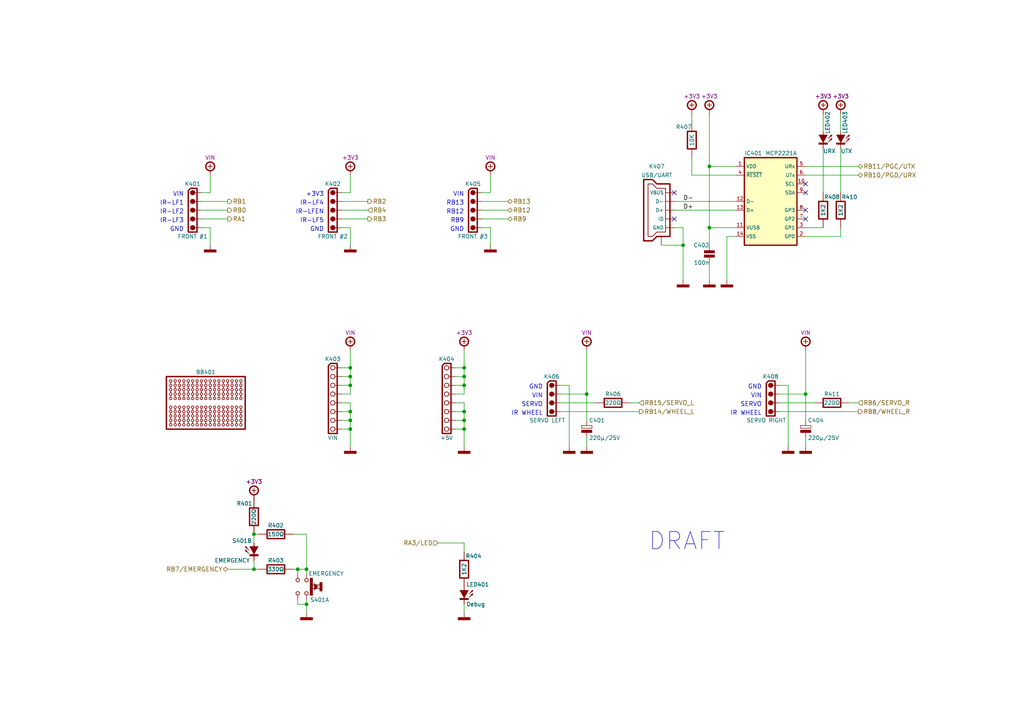
<source format=kicad_sch>
(kicad_sch (version 20211123) (generator eeschema)
  (paper "A4")
  (title_block (title "HID") (date "01/2022") (rev "A") (comment 1 "TBOT - MCU PIC-16Bit"))
  (lib_symbols
    (symbol "tronixio:BREADBOARD-170" (pin_numbers hide) (pin_names (offset 0) hide)
      (property "Reference" "BB" (at 0 8.89 0))
    )
    (symbol "tronixio:C-1206" (pin_numbers hide) (pin_names (offset 0) hide)
      (property "Reference" "C" (at 0.635 2.54 0))
      (property "Value" "C-1206" (at 0.635 -2.54 0))
      (symbol "C-1206_1_1"
        (pin passive line (at 0 2.54 270) (length 1.905) (name "~") (number "1"))
        (pin passive line (at 0 -2.54 90) (length 1.905) (name "~") (number "2"))
      )
    )
    (symbol "tronixio:E-SWITCH-TL1240RQ1JCLR" (pin_numbers hide) (pin_names (offset 0) hide)
      (property "Reference" "S" (at 0 6.35 0))
      (property "Value" "E-SWITCH-TL1240RQ1JCLR" (at 0 -5.08 0))
      (symbol "E-SWITCH-TL1240RQ1JCLR_1_1"
        (pin passive line (at -3.81 0 0) (length 1.27) (name "1") (number "1"))
        (pin passive line (at -3.81 -2.54 0) (length 1.27) (name "2") (number "2"))
        (pin passive line (at 3.81 0 180) (length 1.27) (name "3") (number "3"))
        (pin passive line (at 3.81 -2.54 180) (length 1.27) (name "4") (number "4"))
      )
      (symbol "E-SWITCH-TL1240RQ1JCLR_2_1"
        (pin passive line (at -2.54 0 0) (length 1.27) (name "C") (number "5"))
        (pin passive line (at 2.54 0 180) (length 1.27) (name "A") (number "6"))
      )
    )
    (symbol "tronixio:FCI-USB-TYPE-B-MICRO-THT" (pin_numbers hide) (pin_names (offset 0.5))
      (property "Reference" "K" (at 0 12.7 0))
      (property "Value" "FCI-USB-TYPE-B-MICRO-THT" (at 0 10.16 0))
      (symbol "FCI-USB-TYPE-B-MICRO-THT_1_1"
        (pin power_out line (at 5.08 5.08 180) (length 2.54) (name "VBUS") (number "1"))
        (pin bidirectional line (at 5.08 2.54 180) (length 2.54) (name "D-") (number "2"))
        (pin bidirectional line (at 5.08 0 180) (length 2.54) (name "D+") (number "3"))
        (pin passive line (at 5.08 -2.54 180) (length 2.54) (name "ID") (number "4"))
        (pin power_out line (at 5.08 -5.08 180) (length 2.54) (name "GND") (number "5"))
        (pin passive line (at 1.27 -10.16 90) (length 2.54) (name "SHIELD") (number "6"))
      )
    )
    (symbol "tronixio:HARWIN-254-F-1X08-VERTICAL" (pin_numbers hide) (pin_names (offset 0) hide)
      (property "Reference" "K" (at 0 2.54 0))
      (property "Value" "HARWIN-254-F-1X08-VERTICAL" (at 0 -20.32 0))
      (symbol "HARWIN-254-F-1X08-VERTICAL_1_1"
        (pin passive line (at -2.54 0 0) (length 1.905) (name "Pin_1") (number "1"))
        (pin passive line (at -2.54 -2.54 0) (length 1.905) (name "Pin_2") (number "2"))
        (pin passive line (at -2.54 -5.08 0) (length 1.905) (name "Pin_3") (number "3"))
        (pin passive line (at -2.54 -7.62 0) (length 1.905) (name "Pin_4") (number "4"))
        (pin passive line (at -2.54 -10.16 0) (length 1.905) (name "Pin_5") (number "5"))
        (pin passive line (at -2.54 -12.7 0) (length 1.905) (name "Pin_6") (number "6"))
        (pin passive line (at -2.54 -15.24 0) (length 1.905) (name "Pin_7") (number "7"))
        (pin passive line (at -2.54 -17.78 0) (length 1.905) (name "Pin_8") (number "8"))
      )
    )
    (symbol "tronixio:HARWIN-254-M-1X04-VERTICAL" (pin_numbers hide) (pin_names (offset 0) hide)
      (property "Reference" "K" (at 0 2.54 0))
      (property "Value" "HARWIN-254-M-1X04-VERTICAL" (at 0 -10.16 0))
      (symbol "HARWIN-254-M-1X04-VERTICAL_1_1"
        (pin passive line (at -2.54 0 0) (length 1.905) (name "1") (number "1"))
        (pin passive line (at -2.54 -2.54 0) (length 1.905) (name "2") (number "2"))
        (pin passive line (at -2.54 -5.08 0) (length 1.905) (name "3") (number "3"))
        (pin passive line (at -2.54 -7.62 0) (length 1.905) (name "4") (number "4"))
      )
    )
    (symbol "tronixio:LED-1206-PURPLE" (pin_numbers hide) (pin_names (offset 0) hide)
      (property "Reference" "LED" (at 0 -2.54 0))
      (property "Value" "LED-1206-PURPLE" (at 0 -5.08 0))
      (symbol "LED-1206-PURPLE_1_1"
        (pin passive line (at -2.54 0 0) (length 1.27) (name "K") (number "1"))
        (pin passive line (at 2.54 0 180) (length 1.27) (name "A") (number "2"))
      )
    )
    (symbol "tronixio:MCP2221A-ISL" (pin_names (offset 0.5))
      (property "Reference" "IC" (at -8.89 13.97 0))
      (property "Value" "MCP2221A-ISL" (at 7.62 13.97 0))
      (symbol "MCP2221A-ISL_1_1"
        (pin power_in line (at -10.16 10.16 0) (length 2.54) (name "VDD") (number "1"))
        (pin bidirectional line (at 10.16 5.08 180) (length 2.54) (name "SCL") (number "10"))
        (pin passive line (at -10.16 -7.62 0) (length 2.54) (name "VUSB") (number "11"))
        (pin bidirectional line (at -10.16 0 0) (length 2.54) (name "D-") (number "12"))
        (pin bidirectional line (at -10.16 -2.54 0) (length 2.54) (name "D+") (number "13"))
        (pin power_in line (at -10.16 -10.16 0) (length 2.54) (name "VSS") (number "14"))
        (pin bidirectional line (at 10.16 -10.16 180) (length 2.54) (name "GP0") (number "2"))
        (pin bidirectional line (at 10.16 -7.62 180) (length 2.54) (name "GP1") (number "3"))
        (pin input line (at -10.16 7.62 0) (length 2.54) (name "~{RESET}") (number "4"))
        (pin input line (at 10.16 10.16 180) (length 2.54) (name "URx") (number "5"))
        (pin output line (at 10.16 7.62 180) (length 2.54) (name "UTx") (number "6"))
        (pin bidirectional line (at 10.16 -5.08 180) (length 2.54) (name "GP2") (number "7"))
        (pin bidirectional line (at 10.16 -2.54 180) (length 2.54) (name "GP3") (number "8"))
        (pin bidirectional line (at 10.16 2.54 180) (length 2.54) (name "SDA") (number "9"))
      )
    )
    (symbol "tronixio:MOLEX-MICRO-LATCH-05-VERTICAL" (pin_numbers hide) (pin_names (offset 0) hide)
      (property "Reference" "K" (at 0 2.54 0))
      (property "Value" "MOLEX-MICRO-LATCH-05-VERTICAL" (at 0 -12.7 0))
      (symbol "MOLEX-MICRO-LATCH-05-VERTICAL_1_1"
        (pin passive line (at -2.54 0 0) (length 1.905) (name "1") (number "1"))
        (pin passive line (at -2.54 -2.54 0) (length 1.905) (name "2") (number "2"))
        (pin passive line (at -2.54 -5.08 0) (length 1.905) (name "3") (number "3"))
        (pin passive line (at -2.54 -7.62 0) (length 1.905) (name "4") (number "4"))
        (pin passive line (at -2.54 -10.16 0) (length 1.905) (name "5") (number "5"))
      )
    )
    (symbol "tronixio:POWER-+3V3" (power) (pin_numbers hide) (pin_names (offset 0) hide)
      (property "Name" "+3V3" (at 0 5.08 0))
      (symbol "POWER-+3V3_1_1"
        (pin power_in line (at 0 0 90) (length 1.27) (name "+3V3") (number "1"))
      )
    )
    (symbol "tronixio:POWER-GND" (power) (pin_numbers hide) (pin_names (offset 0) hide)
      (symbol "POWER-GND_1_1"
        (pin power_in line (at 0 0 270) (length 1.27) (name "GND") (number "1"))
      )
    )
    (symbol "tronixio:POWER-VIN" (power) (pin_numbers hide) (pin_names (offset 0) hide)
      (property "Name" "VIN" (at 0 5.08 0))
      (symbol "POWER-VIN_1_1"
        (pin power_in line (at 0 0 90) (length 1.27) (name "VIN") (number "1"))
      )
    )
    (symbol "tronixio:R-1206" (pin_numbers hide) (pin_names (offset 0) hide)
      (property "Reference" "R" (at 2.54 0 90))
      (property "Value" "R-1206" (at 0 0 90))
      (symbol "R-1206_1_1"
        (pin passive line (at 0 5.08 270) (length 2.54) (name "~") (number "1"))
        (pin passive line (at 0 -5.08 90) (length 2.54) (name "~") (number "2"))
      )
    )
    (symbol "tronixio:UVZ-220U-25V" (pin_numbers hide) (pin_names (offset 0) hide)
      (property "Reference" "C" (at 0 2.54 0))
      (property "Name" "220µ/25V" (at 0 -2.54 0))
      (symbol "UVZ-220U-25V_1_1"
        (pin passive line (at 0 2.54 270) (length 1.5) (name "~") (number "1"))
        (pin passive line (at 0 -2.54 90) (length 1.905) (name "~") (number "2"))
      )
    )
  )
  (junction (at 134.62 124.46) (diameter 0.9144))
  (junction (at 73.66 165.1) (diameter 0.9144))
  (junction (at 73.66 154.94) (diameter 0.9144))
  (junction (at 233.68 114.3) (diameter 0.9144))
  (junction (at 134.62 119.38) (diameter 0.9144))
  (junction (at 205.74 66.04))
  (junction (at 101.6 119.38) (diameter 0.9144))
  (junction (at 134.62 111.76) (diameter 0.9144))
  (junction (at 198.12 71.12) (diameter 0.9144))
  (junction (at 170.18 114.3) (diameter 0.9144))
  (junction (at 86.36 165.1) (diameter 0.9144))
  (junction (at 205.74 48.26))
  (junction (at 101.6 106.68) (diameter 0.9144))
  (junction (at 101.6 124.46) (diameter 0.9144))
  (junction (at 101.6 109.22) (diameter 0.9144))
  (junction (at 88.9 175.26) (diameter 0.9144))
  (junction (at 134.62 121.92) (diameter 0.9144))
  (junction (at 101.6 121.92) (diameter 0.9144))
  (junction (at 134.62 106.68) (diameter 0.9144))
  (junction (at 88.9 165.1) (diameter 0.9144))
  (junction (at 101.6 111.76) (diameter 0.9144))
  (junction (at 134.62 109.22) (diameter 0.9144))
  (no_connect (at 233.68 53.34))
  (no_connect (at 233.68 55.88))
  (no_connect (at 233.68 60.96))
  (no_connect (at 233.68 63.5))
  (no_connect (at 195.58 63.5))
  (no_connect (at 195.58 55.88))
  (wire (pts (xy 132.08 111.76) (xy 134.62 111.76)))
  (wire (pts (xy 162.56 111.76) (xy 165.1 111.76)))
  (wire (pts (xy 165.1 111.76) (xy 165.1 129.54)))
  (wire (pts (xy 88.9 173.99) (xy 88.9 175.26)))
  (wire (pts (xy 132.08 116.84) (xy 134.62 116.84)))
  (wire (pts (xy 162.56 116.84) (xy 172.72 116.84)))
  (wire (pts (xy 99.06 60.96) (xy 106.68 60.96)))
  (wire (pts (xy 210.82 68.58) (xy 210.82 81.28)))
  (wire (pts (xy 213.36 68.58) (xy 210.82 68.58)))
  (wire (pts (xy 58.42 55.88) (xy 60.96 55.88)))
  (wire (pts (xy 88.9 175.26) (xy 88.9 177.8)))
  (wire (pts (xy 58.42 63.5) (xy 66.04 63.5)))
  (wire (pts (xy 233.68 68.58) (xy 243.84 68.58)))
  (wire (pts (xy 233.68 114.3) (xy 233.68 101.6)))
  (wire (pts (xy 132.08 119.38) (xy 134.62 119.38)))
  (wire (pts (xy 139.7 58.42) (xy 147.32 58.42)))
  (wire (pts (xy 142.24 55.88) (xy 142.24 50.8)))
  (wire (pts (xy 142.24 71.12) (xy 142.24 66.04)))
  (wire (pts (xy 233.68 114.3) (xy 233.68 121.92)))
  (wire (pts (xy 99.06 111.76) (xy 101.6 111.76)))
  (wire (pts (xy 132.08 124.46) (xy 134.62 124.46)))
  (wire (pts (xy 86.36 173.99) (xy 86.36 175.26)))
  (wire (pts (xy 86.36 175.26) (xy 88.9 175.26)))
  (wire (pts (xy 233.68 50.8) (xy 248.92 50.8)))
  (wire (pts (xy 195.58 58.42) (xy 213.36 58.42)))
  (wire (pts (xy 195.58 66.04) (xy 198.12 66.04)))
  (wire (pts (xy 198.12 66.04) (xy 198.12 71.12)))
  (wire (pts (xy 198.12 71.12) (xy 198.12 81.28)))
  (wire (pts (xy 60.96 71.12) (xy 60.96 66.04)))
  (wire (pts (xy 233.68 66.04) (xy 238.76 66.04)))
  (wire (pts (xy 73.66 165.1) (xy 73.66 162.56)))
  (wire (pts (xy 205.74 33.02) (xy 205.74 48.26)))
  (wire (pts (xy 205.74 48.26) (xy 205.74 66.04)))
  (wire (pts (xy 132.08 114.3) (xy 134.62 114.3)))
  (wire (pts (xy 99.06 114.3) (xy 101.6 114.3)))
  (wire (pts (xy 101.6 106.68) (xy 101.6 101.6)))
  (wire (pts (xy 101.6 109.22) (xy 101.6 106.68)))
  (wire (pts (xy 101.6 111.76) (xy 101.6 109.22)))
  (wire (pts (xy 101.6 114.3) (xy 101.6 111.76)))
  (wire (pts (xy 205.74 76.2) (xy 205.74 81.28)))
  (wire (pts (xy 99.06 55.88) (xy 101.6 55.88)))
  (wire (pts (xy 101.6 55.88) (xy 101.6 50.8)))
  (wire (pts (xy 170.18 127) (xy 170.18 129.54)))
  (wire (pts (xy 73.66 154.94) (xy 73.66 157.48)))
  (wire (pts (xy 233.68 127) (xy 233.68 129.54)))
  (wire (pts (xy 162.56 119.38) (xy 185.42 119.38)))
  (wire (pts (xy 162.56 114.3) (xy 170.18 114.3)))
  (wire (pts (xy 170.18 114.3) (xy 170.18 101.6)))
  (wire (pts (xy 134.62 106.68) (xy 134.62 101.6)))
  (wire (pts (xy 200.66 33.02) (xy 200.66 35.56)))
  (wire (pts (xy 170.18 114.3) (xy 170.18 121.92)))
  (wire (pts (xy 58.42 58.42) (xy 66.04 58.42)))
  (wire (pts (xy 238.76 33.02) (xy 238.76 38.1)))
  (wire (pts (xy 132.08 121.92) (xy 134.62 121.92)))
  (wire (pts (xy 139.7 63.5) (xy 147.32 63.5)))
  (wire (pts (xy 66.04 165.1) (xy 73.66 165.1)))
  (wire (pts (xy 228.6 111.76) (xy 228.6 129.54)))
  (wire (pts (xy 99.06 109.22) (xy 101.6 109.22)))
  (wire (pts (xy 134.62 109.22) (xy 134.62 106.68)))
  (wire (pts (xy 226.06 114.3) (xy 233.68 114.3)))
  (wire (pts (xy 132.08 106.68) (xy 134.62 106.68)))
  (wire (pts (xy 139.7 55.88) (xy 142.24 55.88)))
  (wire (pts (xy 134.62 111.76) (xy 134.62 109.22)))
  (wire (pts (xy 86.36 165.1) (xy 86.36 166.37)))
  (wire (pts (xy 134.62 114.3) (xy 134.62 111.76)))
  (wire (pts (xy 73.66 165.1) (xy 74.93 165.1)))
  (wire (pts (xy 99.06 66.04) (xy 101.6 66.04)))
  (wire (pts (xy 101.6 66.04) (xy 101.6 71.12)))
  (wire (pts (xy 86.36 165.1) (xy 88.9 165.1)))
  (wire (pts (xy 88.9 165.1) (xy 88.9 166.37)))
  (wire (pts (xy 200.66 50.8) (xy 200.66 45.72)))
  (wire (pts (xy 213.36 50.8) (xy 200.66 50.8)))
  (wire (pts (xy 132.08 109.22) (xy 134.62 109.22)))
  (wire (pts (xy 238.76 43.18) (xy 238.76 55.88)))
  (wire (pts (xy 99.06 124.46) (xy 101.6 124.46)))
  (wire (pts (xy 99.06 119.38) (xy 101.6 119.38)))
  (wire (pts (xy 85.09 154.94) (xy 88.9 154.94)))
  (wire (pts (xy 88.9 154.94) (xy 88.9 165.1)))
  (wire (pts (xy 243.84 66.04) (xy 243.84 68.58)))
  (wire (pts (xy 85.09 165.1) (xy 86.36 165.1)))
  (wire (pts (xy 191.77 71.12) (xy 198.12 71.12)))
  (wire (pts (xy 243.84 33.02) (xy 243.84 38.1)))
  (wire (pts (xy 226.06 116.84) (xy 236.22 116.84)))
  (wire (pts (xy 226.06 111.76) (xy 228.6 111.76)))
  (wire (pts (xy 195.58 60.96) (xy 213.36 60.96)))
  (wire (pts (xy 139.7 66.04) (xy 142.24 66.04)))
  (wire (pts (xy 73.66 154.94) (xy 74.93 154.94)))
  (wire (pts (xy 205.74 48.26) (xy 213.36 48.26)))
  (wire (pts (xy 99.06 121.92) (xy 101.6 121.92)))
  (wire (pts (xy 134.62 175.26) (xy 134.62 177.8)))
  (wire (pts (xy 233.68 48.26) (xy 248.92 48.26)))
  (wire (pts (xy 246.38 116.84) (xy 248.92 116.84)))
  (wire (pts (xy 60.96 55.88) (xy 60.96 50.8)))
  (wire (pts (xy 134.62 116.84) (xy 134.62 119.38)))
  (wire (pts (xy 139.7 60.96) (xy 147.32 60.96)))
  (wire (pts (xy 58.42 66.04) (xy 60.96 66.04)))
  (wire (pts (xy 99.06 58.42) (xy 106.68 58.42)))
  (wire (pts (xy 205.74 66.04) (xy 205.74 71.12)))
  (wire (pts (xy 243.84 43.18) (xy 243.84 55.88)))
  (wire (pts (xy 99.06 106.68) (xy 101.6 106.68)))
  (wire (pts (xy 182.88 116.84) (xy 185.42 116.84)))
  (wire (pts (xy 99.06 63.5) (xy 106.68 63.5)))
  (wire (pts (xy 205.74 66.04) (xy 213.36 66.04)))
  (wire (pts (xy 99.06 116.84) (xy 101.6 116.84)))
  (wire (pts (xy 101.6 116.84) (xy 101.6 119.38)))
  (wire (pts (xy 101.6 119.38) (xy 101.6 121.92)))
  (wire (pts (xy 101.6 121.92) (xy 101.6 124.46)))
  (wire (pts (xy 101.6 124.46) (xy 101.6 129.54)))
  (wire (pts (xy 134.62 124.46) (xy 134.62 129.54)))
  (wire (pts (xy 134.62 121.92) (xy 134.62 124.46)))
  (wire (pts (xy 134.62 119.38) (xy 134.62 121.92)))
  (wire (pts (xy 127 157.48) (xy 134.62 157.48)))
  (wire (pts (xy 134.62 157.48) (xy 134.62 160.02)))
  (wire (pts (xy 226.06 119.38) (xy 248.92 119.38)))
  (wire (pts (xy 58.42 60.96) (xy 66.04 60.96)))
  (text "GND" (at 93.98 67.31 180) (effects (font (size 1.27 1.27)) (justify right bottom)))
  (text "RB9" (at 134.62 64.77 180) (effects (font (size 1.27 1.27)) (justify right bottom)))
  (text "VIN" (at 220.98 115.57 180) (effects (font (size 1.27 1.27)) (justify right bottom)))
  (text "VIN" (at 53.34 57.15 180) (effects (font (size 1.27 1.27)) (justify right bottom)))
  (text "GND" (at 220.98 113.03 180) (effects (font (size 1.27 1.27)) (justify right bottom)))
  (text "+3V3" (at 93.98 57.15 180) (effects (font (size 1.27 1.27)) (justify right bottom)))
  (text "VIN" (at 134.62 57.15 180) (effects (font (size 1.27 1.27)) (justify right bottom)))
  (text "IR-LF1" (at 53.34 59.69 180) (effects (font (size 1.27 1.27)) (justify right bottom)))
  (text "DRAFT" (at 187.96 160.02 0) (effects (font (size 5 5)) (justify left bottom)))
  (text "VIN" (at 157.48 115.57 180) (effects (font (size 1.27 1.27)) (justify right bottom)))
  (text "IR-LF4" (at 93.98 59.69 180) (effects (font (size 1.27 1.27)) (justify right bottom)))
  (text "GND" (at 157.48 113.03 180) (effects (font (size 1.27 1.27)) (justify right bottom)))
  (text "GND" (at 134.62 67.31 180) (effects (font (size 1.27 1.27)) (justify right bottom)))
  (text "RB12" (at 134.62 62.23 180) (effects (font (size 1.27 1.27)) (justify right bottom)))
  (text "IR WHEEL" (at 157.48 120.65 180) (effects (font (size 1.27 1.27)) (justify right bottom)))
  (text "IR-LF5" (at 93.98 64.77 180) (effects (font (size 1.27 1.27)) (justify right bottom)))
  (text "SERVO" (at 157.48 118.11 180) (effects (font (size 1.27 1.27)) (justify right bottom)))
  (text "IR-LFEN" (at 93.98 62.23 180) (effects (font (size 1.27 1.27)) (justify right bottom)))
  (text "IR WHEEL" (at 220.98 120.65 180) (effects (font (size 1.27 1.27)) (justify right bottom)))
  (text "IR-LF3" (at 53.34 64.77 180) (effects (font (size 1.27 1.27)) (justify right bottom)))
  (text "RB13" (at 134.62 59.69 180) (effects (font (size 1.27 1.27)) (justify right bottom)))
  (text "GND" (at 53.34 67.31 180) (effects (font (size 1.27 1.27)) (justify right bottom)))
  (text "SERVO" (at 220.98 118.11 180) (effects (font (size 1.27 1.27)) (justify right bottom)))
  (text "IR-LF2" (at 53.34 62.23 180) (effects (font (size 1.27 1.27)) (justify right bottom)))
  (label "D-" (at 198.12 58.42 0))
  (label "D+" (at 198.12 60.96 0))
  (hierarchical_label "RA1" (shape output) (at 66.04 63.5 0))
  (hierarchical_label "RB1" (shape output) (at 66.04 58.42 0))
  (hierarchical_label "RB9" (shape bidirectional) (at 147.32 63.5 0))
  (hierarchical_label "RB13" (shape bidirectional) (at 147.32 58.42 0))
  (hierarchical_label "RB6{slash}SERVO_R" (shape input) (at 248.92 116.84 0))
  (hierarchical_label "RB12" (shape bidirectional) (at 147.32 60.96 0))
  (hierarchical_label "RB10{slash}PGD{slash}URX" (shape bidirectional) (at 248.92 50.8 0))
  (hierarchical_label "RB11{slash}PGC{slash}UTX" (shape bidirectional) (at 248.92 48.26 0))
  (hierarchical_label "RB0" (shape output) (at 66.04 60.96 0))
  (hierarchical_label "RB15{slash}SERVO_L" (shape input) (at 185.42 116.84 0))
  (hierarchical_label "RA3{slash}LED" (shape input) (at 127 157.48 180))
  (hierarchical_label "RB2" (shape output) (at 106.68 58.42 0))
  (hierarchical_label "RB7{slash}EMERGENCY" (shape bidirectional) (at 66.04 165.1 180))
  (hierarchical_label "RB4" (shape input) (at 106.68 60.96 0))
  (hierarchical_label "RB8{slash}WHEEL_R" (shape output) (at 248.92 119.38 0))
  (hierarchical_label "RB3" (shape output) (at 106.68 63.5 0))
  (hierarchical_label "RB14{slash}WHEEL_L" (shape output) (at 185.42 119.38 0))
  (symbol (lib_id "tronixio:R-1206") (at 80.01 165.1 270) (unit 1)
    (property "Reference" "R403" (at 80.01 162.56 90) (effects (font (size 1.15 1.15))))
    (property "Value" "330Ω" (at 80.01 165.1 90) (effects (font (size 1.15 1.15))))
    (property "Footprint" "tronixio:RESISTOR-1206" (effects hide))
  )
  (symbol (lib_id "tronixio:POWER-GND") (at 101.6 71.12 0) (mirror y) (unit 1)
    (property "Reference" "#PWR0406" (effects hide))
    (property "Value" "GND" (effects hide))
  )
  (symbol (lib_id "tronixio:POWER-+3V3") (at 243.84 33.02 0) (unit 1)
    (property "Reference" "#PWR0430" (effects hide))
    (property "Value" "POWER-VUSB" (effects hide))
    (property "Name" "+3V3" (at 243.84 27.94 0) (effects (font (size 1.15 1.15))))
  )
  (symbol (lib_id "tronixio:POWER-GND") (at 88.9 177.8 0) (mirror y) (unit 1)
    (property "Reference" "#PWR0404" (effects hide))
    (property "Value" "GND" (effects hide))
  )
  (symbol (lib_id "tronixio:FCI-USB-TYPE-B-MICRO-THT") (at 190.5 60.96 0) (unit 1)
    (property "Reference" "K407" (at 190.5 48.26 0) (effects (font (size 1.15 1.15))))
    (property "Value" "USB/UART" (at 190.5 50.8 0) (effects (font (size 1.15 1.15))))
    (property "Footprint" "tronixio:FCI-USB-TYPE-B-MICRO-THT" (effects hide))
    (property "Datasheet" "https://cdn.amphenol-icc.com/media/wysiwyg/files/drawing/10118193.pdf" (effects hide))
    (property "MOUSER" "649-10118193-0001LF" (effects hide))
  )
  (symbol (lib_id "tronixio:MOLEX-MICRO-LATCH-05-VERTICAL") (at 55.88 55.88 0) (mirror y) (unit 1)
    (property "Reference" "K401" (at 55.88 53.34 0) (effects (font (size 1.15 1.15))))
    (property "Value" "FRONT #1" (at 55.88 68.58 0) (effects (font (size 1.15 1.15))))
    (property "Footprint" "tronixio:MOLEX-532530570" (effects hide))
    (property "Datasheet" "https://www.molex.com/pdm_docs/sd/532530570_sd.pdf" (effects hide))
    (property "MOUSER" "538-53253-0570" (effects hide))
  )
  (symbol (lib_id "tronixio:POWER-GND") (at 233.68 129.54 0) (unit 1)
    (property "Reference" "#PWR0427" (effects hide))
    (property "Value" "GND" (effects hide))
  )
  (symbol (lib_id "tronixio:UVZ-220U-25V") (at 170.18 124.46 0) (unit 1)
    (property "Reference" "C401" (at 170.815 121.92 0) (effects (font (size 1.15 1.15)) (justify left)))
    (property "Value" "220µ/25V" (at 170.815 127 0) (effects (font (size 1.15 1.15)) (justify left)))
    (property "Footprint" "tronixio:CAPACITOR-ELECTROLYTIC-RADIAL-080-115-035" (effects hide))
    (property "Datasheet" "http://www.nichicon.co.jp/english/products/pdfs/e-uvz.pdf" (effects hide))
    (property "Name" "220µ/25V" (effects hide))
    (property "MOUSER" "647-UVZ1E221MPD" (effects hide))
  )
  (symbol (lib_id "tronixio:POWER-GND") (at 205.74 81.28 0) (mirror y) (unit 1)
    (property "Reference" "#PWR0423" (effects hide))
    (property "Value" "GND" (effects hide))
  )
  (symbol (lib_id "tronixio:POWER-+3V3") (at 205.74 33.02 0) (unit 1)
    (property "Reference" "#PWR0422" (effects hide))
    (property "Value" "POWER-VUSB" (effects hide))
    (property "Name" "+3V3" (at 205.74 27.94 0) (effects (font (size 1.15 1.15))))
  )
  (symbol (lib_id "tronixio:MOLEX-MICRO-LATCH-05-VERTICAL") (at 137.16 55.88 0) (mirror y) (unit 1)
    (property "Reference" "K405" (at 137.16 53.34 0) (effects (font (size 1.15 1.15))))
    (property "Value" "FRONT #3" (at 137.16 68.58 0) (effects (font (size 1.15 1.15))))
    (property "Footprint" "tronixio:MOLEX-532530570" (effects hide))
    (property "Datasheet" "https://www.molex.com/pdm_docs/sd/532530570_sd.pdf" (effects hide))
    (property "MOUSER" "538-53253-0570" (effects hide))
  )
  (symbol (lib_id "tronixio:POWER-GND") (at 210.82 81.28 0) (mirror y) (unit 1)
    (property "Reference" "#PWR0424" (effects hide))
    (property "Value" "GND" (effects hide))
  )
  (symbol (lib_id "tronixio:POWER-VIN") (at 142.24 50.8 0) (mirror y) (unit 1)
    (property "Reference" "#PWR0412" (effects hide))
    (property "Value" "VIN" (effects hide))
    (property "Name" "VIN" (at 142.24 45.72 0) (effects (font (size 1.15 1.15))))
  )
  (symbol (lib_id "tronixio:POWER-GND") (at 228.6 129.54 0) (unit 1)
    (property "Reference" "#PWR0425" (effects hide))
    (property "Value" "GND" (effects hide))
  )
  (symbol (lib_id "tronixio:POWER-+3V3") (at 200.66 33.02 0) (unit 1)
    (property "Reference" "#PWR0420" (effects hide))
    (property "Value" "POWER-VUSB" (effects hide))
    (property "Name" "+3V3" (at 200.66 27.94 0) (effects (font (size 1.15 1.15))))
  )
  (symbol (lib_id "tronixio:R-1206") (at 241.3 116.84 270) (unit 1)
    (property "Reference" "R411" (at 241.3 114.3 90) (effects (font (size 1.15 1.15))))
    (property "Value" "220Ω" (at 241.3 116.84 90) (effects (font (size 1.15 1.15))))
    (property "Footprint" "tronixio:RESISTOR-1206" (effects hide))
  )
  (symbol (lib_id "tronixio:E-SWITCH-TL1240RQ1JCLR") (at 88.9 170.18 270) (mirror x) (unit 1)
    (property "Reference" "S401" (at 92.71 173.99 90) (effects (font (size 1.15 1.15))))
    (property "Value" "EMERGENCY" (at 94.615 166.37 90) (effects (font (size 1.15 1.15))))
    (property "Footprint" "tronixio:E-SWITCH-TL1240XQ1JXXX" (effects hide))
    (property "Datasheet" "https://www.e-switch.com/product-catalog/tact/product-lines/tl1240-series-illuminated-tact-switches#.XnJ2Ri2ZPUI" (effects hide))
    (property "MOUSER" "612-TL1240RQ1JCLR" (effects hide))
  )
  (symbol (lib_id "tronixio:POWER-+3V3") (at 134.62 101.6 0) (mirror y) (unit 1)
    (property "Reference" "#PWR0409" (effects hide))
    (property "Value" "+5V" (effects hide))
    (property "Name" "+3V3" (at 134.62 96.52 0) (effects (font (size 1.15 1.15))))
  )
  (symbol (lib_id "tronixio:HARWIN-254-F-1X08-VERTICAL") (at 129.54 106.68 0) (mirror y) (unit 1)
    (property "Reference" "K404" (at 129.54 104.14 0) (effects (font (size 1.15 1.15))))
    (property "Value" "+5V" (at 129.54 127 0) (effects (font (size 1.15 1.15))))
    (property "Footprint" "tronixio:HARWIN-M20-782084x" (effects hide))
    (property "Datasheet" "https://www.harwin.com/products/M20-7820846/" (effects hide))
    (property "MOUSER" "855-M20-999084" (effects hide))
  )
  (symbol (lib_id "tronixio:POWER-GND") (at 60.96 71.12 0) (unit 1)
    (property "Reference" "#PWR0402" (effects hide))
    (property "Value" "GND" (effects hide))
  )
  (symbol (lib_id "tronixio:POWER-+3V3") (at 73.66 144.78 0) (unit 1)
    (property "Reference" "#PWR0403" (effects hide))
    (property "Value" "+5V" (effects hide))
    (property "Name" "+3V3" (at 73.66 139.7 0) (effects (font (size 1.15 1.15))))
  )
  (symbol (lib_id "tronixio:POWER-VIN") (at 101.6 101.6 0) (unit 1)
    (property "Reference" "#PWR0407" (effects hide))
    (property "Value" "VIN" (effects hide))
    (property "Name" "VIN" (at 101.6 96.52 0) (effects (font (size 1.15 1.15))))
  )
  (symbol (lib_id "tronixio:POWER-GND") (at 198.12 81.28 0) (mirror y) (unit 1)
    (property "Reference" "#PWR0419" (effects hide))
    (property "Value" "GND" (effects hide))
  )
  (symbol (lib_id "tronixio:R-1206") (at 238.76 60.96 180) (unit 1)
    (property "Reference" "R408" (at 241.3 57.15 0) (effects (font (size 1.15 1.15))))
    (property "Value" "1K2" (at 238.76 60.96 90) (effects (font (size 1.15 1.15))))
    (property "Footprint" "tronixio:RESISTOR-1206" (effects hide))
  )
  (symbol (lib_id "tronixio:R-1206") (at 177.8 116.84 270) (unit 1)
    (property "Reference" "R406" (at 177.8 114.3 90) (effects (font (size 1.15 1.15))))
    (property "Value" "220Ω" (at 177.8 116.84 90) (effects (font (size 1.15 1.15))))
    (property "Footprint" "tronixio:RESISTOR-1206" (effects hide))
  )
  (symbol (lib_id "tronixio:LED-1206-PURPLE") (at 238.76 40.64 270) (mirror x) (unit 1)
    (property "Reference" "LED402" (at 240.03 35.56 0) (effects (font (size 1.15 1.15))))
    (property "Value" "URX" (at 238.76 43.815 90) (effects (font (size 1.15 1.15)) (justify left)))
    (property "Footprint" "tronixio:LED-1206" (effects hide))
    (property "Datasheet" "http://www.kingbrightusa.com/images/catalog/SPEC/APT3216LSECK-J3-PRV.pdf" (effects hide))
    (property "MOUSER" "604-APT3216LSECKJ3RV" (effects hide))
  )
  (symbol (lib_id "tronixio:R-1206") (at 80.01 154.94 270) (unit 1)
    (property "Reference" "R402" (at 80.01 152.4 90) (effects (font (size 1.15 1.15))))
    (property "Value" "150Ω" (at 80.01 154.94 90) (effects (font (size 1.15 1.15))))
    (property "Footprint" "tronixio:RESISTOR-1206" (effects hide))
  )
  (symbol (lib_id "tronixio:UVZ-220U-25V") (at 233.68 124.46 0) (unit 1)
    (property "Reference" "C404" (at 234.315 121.92 0) (effects (font (size 1.15 1.15)) (justify left)))
    (property "Value" "220µ/25V" (at 234.315 127 0) (effects (font (size 1.15 1.15)) (justify left)))
    (property "Footprint" "tronixio:CAPACITOR-ELECTROLYTIC-RADIAL-080-115-035" (effects hide))
    (property "Datasheet" "http://www.nichicon.co.jp/english/products/pdfs/e-uvz.pdf" (effects hide))
    (property "Name" "220µ/25V" (effects hide))
    (property "MOUSER" "647-UVZ1E221MPD" (effects hide))
  )
  (symbol (lib_id "tronixio:POWER-VIN") (at 60.96 50.8 0) (unit 1)
    (property "Reference" "#PWR0401" (effects hide))
    (property "Value" "VIN" (effects hide))
    (property "Name" "VIN" (at 60.96 45.72 0) (effects (font (size 1.15 1.15))))
  )
  (symbol (lib_id "tronixio:POWER-GND") (at 170.18 129.54 0) (unit 1)
    (property "Reference" "#PWR0416" (effects hide))
    (property "Value" "GND" (effects hide))
  )
  (symbol (lib_id "tronixio:HARWIN-254-M-1X04-VERTICAL") (at 160.02 111.76 0) (mirror y) (unit 1)
    (property "Reference" "K406" (at 160.02 109.22 0) (effects (font (size 1.15 1.15))))
    (property "Value" "SERVO LEFT" (at 158.75 121.92 0) (effects (font (size 1.15 1.15))))
    (property "Footprint" "tronixio:HARWIN-M20-999044x" (effects hide))
    (property "Datasheet" "https://www.harwin.com/products/M20-9990446/" (effects hide))
    (property "MOUSER" "855-M20-999044" (effects hide))
  )
  (symbol (lib_id "tronixio:POWER-VIN") (at 233.68 101.6 0) (unit 1)
    (property "Reference" "#PWR0426" (effects hide))
    (property "Value" "VIN" (effects hide))
    (property "Name" "VIN" (at 233.68 96.52 0) (effects (font (size 1.15 1.15))))
  )
  (symbol (lib_id "tronixio:POWER-VIN") (at 170.18 101.6 0) (unit 1)
    (property "Reference" "#PWR0415" (effects hide))
    (property "Value" "VIN" (effects hide))
    (property "Name" "VIN" (at 170.18 96.52 0) (effects (font (size 1.15 1.15))))
  )
  (symbol (lib_id "tronixio:HARWIN-254-F-1X08-VERTICAL") (at 96.52 106.68 0) (mirror y) (unit 1)
    (property "Reference" "K403" (at 96.52 104.14 0) (effects (font (size 1.15 1.15))))
    (property "Value" "VIN" (at 96.52 127 0) (effects (font (size 1.15 1.15))))
    (property "Footprint" "tronixio:HARWIN-M20-782084x" (effects hide))
    (property "Datasheet" "https://www.harwin.com/products/M20-7820846/" (effects hide))
    (property "MOUSER" "855-M20-999084" (effects hide))
  )
  (symbol (lib_id "tronixio:R-1206") (at 243.84 60.96 180) (unit 1)
    (property "Reference" "R410" (at 246.38 57.15 0) (effects (font (size 1.15 1.15))))
    (property "Value" "1K2" (at 243.84 60.96 90) (effects (font (size 1.15 1.15))))
    (property "Footprint" "tronixio:RESISTOR-1206" (effects hide))
  )
  (symbol (lib_id "tronixio:POWER-GND") (at 134.62 177.8 0) (unit 1)
    (property "Reference" "#PWR0411" (effects hide))
    (property "Value" "GND" (effects hide))
  )
  (symbol (lib_id "tronixio:BREADBOARD-170") (at 59.69 116.84 0) (unit 1)
    (property "Reference" "BB401" (at 59.69 107.95 0) (effects (font (size 1.15 1.15))))
    (property "Value" "BREADBOARD-170" (effects hide))
    (property "Footprint" "tronixio:BREADBOARD-170" (effects hide))
    (property "Datasheet" "http://www.busboard.com/BB170" (effects hide))
    (property "MOUSER" "854-BB170" (effects hide))
  )
  (symbol (lib_id "tronixio:POWER-+3V3") (at 101.6 50.8 0) (mirror y) (unit 1)
    (property "Reference" "#PWR0405" (effects hide))
    (property "Value" "POWER-+5V" (effects hide))
    (property "Name" "+3V3" (at 101.6 45.72 0) (effects (font (size 1.15 1.15))))
  )
  (symbol (lib_id "tronixio:POWER-+3V3") (at 238.76 33.02 0) (unit 1)
    (property "Reference" "#PWR0428" (effects hide))
    (property "Value" "POWER-VUSB" (effects hide))
    (property "Name" "+3V3" (at 238.76 27.94 0) (effects (font (size 1.15 1.15))))
  )
  (symbol (lib_id "tronixio:R-1206") (at 73.66 149.86 180) (unit 1)
    (property "Reference" "R401" (at 68.58 146.05 0) (effects (font (size 1.15 1.15)) (justify right)))
    (property "Value" "220Ω" (at 73.66 149.86 90) (effects (font (size 1.15 1.15))))
    (property "Footprint" "tronixio:RESISTOR-1206" (effects hide))
  )
  (symbol (lib_id "tronixio:R-1206") (at 200.66 40.64 180) (unit 1)
    (property "Reference" "R407" (at 200.66 36.83 0) (effects (font (size 1.15 1.15)) (justify left)))
    (property "Value" "10K" (at 200.66 40.64 90) (effects (font (size 1.15 1.15))))
    (property "Footprint" "tronixio:RESISTOR-1206" (effects hide))
  )
  (symbol (lib_id "tronixio:LED-1206-PURPLE") (at 134.62 172.72 270) (mirror x) (unit 1)
    (property "Reference" "LED401" (at 135.255 169.545 90) (effects (font (size 1.15 1.15)) (justify left)))
    (property "Value" "Debug" (at 135.255 175.26 90) (effects (font (size 1.15 1.15)) (justify left)))
    (property "Footprint" "tronixio:LED-1206" (effects hide))
    (property "Datasheet" "http://www.kingbrightusa.com/images/catalog/SPEC/APT3216LSECK-J3-PRV.pdf" (effects hide))
    (property "MOUSER" "604-APT3216LSECKJ3RV" (effects hide))
  )
  (symbol (lib_id "tronixio:POWER-GND") (at 101.6 129.54 0) (unit 1)
    (property "Reference" "#PWR0408" (effects hide))
    (property "Value" "GND" (effects hide))
  )
  (symbol (lib_id "tronixio:HARWIN-254-M-1X04-VERTICAL") (at 223.52 111.76 0) (mirror y) (unit 1)
    (property "Reference" "K408" (at 223.52 109.22 0) (effects (font (size 1.15 1.15))))
    (property "Value" "SERVO RIGHT" (at 222.25 121.92 0) (effects (font (size 1.15 1.15))))
    (property "Footprint" "tronixio:HARWIN-M20-999044x" (effects hide))
    (property "Datasheet" "https://www.harwin.com/products/M20-9990446/" (effects hide))
    (property "MOUSER" "855-M20-999044" (effects hide))
  )
  (symbol (lib_id "tronixio:R-1206") (at 134.62 165.1 180) (unit 1)
    (property "Reference" "R404" (at 139.7 161.29 0) (effects (font (size 1.15 1.15)) (justify left)))
    (property "Value" "1K2" (at 134.62 165.1 90) (effects (font (size 1.15 1.15))))
    (property "Footprint" "tronixio:RESISTOR-1206" (effects hide))
  )
  (symbol (lib_id "tronixio:POWER-GND") (at 165.1 129.54 0) (unit 1)
    (property "Reference" "#PWR0414" (effects hide))
    (property "Value" "GND" (effects hide))
  )
  (symbol (lib_id "tronixio:POWER-GND") (at 142.24 71.12 0) (unit 1)
    (property "Reference" "#PWR0413" (effects hide))
    (property "Value" "GND" (effects hide))
  )
  (symbol (lib_id "tronixio:MCP2221A-ISL") (at 223.52 58.42 0) (unit 1)
    (property "Reference" "IC401" (at 215.9 44.45 0) (effects (font (size 1.15 1.15)) (justify left)))
    (property "Value" "MCP2221A" (at 231.14 44.45 0) (effects (font (size 1.15 1.15)) (justify right)))
    (property "Footprint" "tronixio:SOIC-SL-14" (effects hide))
    (property "Datasheet" "https://www.microchip.com/wwwproducts/en/MCP2221A" (effects hide))
    (property "MOUSER" "579-MCP2221A-I/SL" (effects hide))
  )
  (symbol (lib_id "tronixio:POWER-GND") (at 134.62 129.54 0) (unit 1)
    (property "Reference" "#PWR0410" (effects hide))
    (property "Value" "GND" (effects hide))
  )
  (symbol (lib_id "tronixio:MOLEX-MICRO-LATCH-05-VERTICAL") (at 96.52 55.88 0) (mirror y) (unit 1)
    (property "Reference" "K402" (at 96.52 53.34 0) (effects (font (size 1.15 1.15))))
    (property "Value" "FRONT #2" (at 96.52 68.58 0) (effects (font (size 1.15 1.15))))
    (property "Footprint" "tronixio:MOLEX-532530570" (effects hide))
    (property "Datasheet" "https://www.molex.com/pdm_docs/sd/532530570_sd.pdf" (effects hide))
    (property "MOUSER" "538-53253-0570" (effects hide))
  )
  (symbol (lib_id "tronixio:E-SWITCH-TL1240RQ1JCLR") (at 73.66 160.02 90) (unit 2)
    (property "Reference" "S401" (at 67.31 156.845 90) (effects (font (size 1.15 1.15)) (justify right)))
    (property "Value" "EMERGENCY" (at 62.23 162.56 90) (effects (font (size 1.15 1.15)) (justify right)))
    (property "Footprint" "tronixio:E-SWITCH-TL1240XQ1JXXX" (effects hide))
    (property "Datasheet" "https://www.e-switch.com/product-catalog/tact/product-lines/tl1240-series-illuminated-tact-switches#.XnJ2Ri2ZPUI" (effects hide))
    (property "MOUSER" "612-TL1240RQ1JCLR" (effects hide))
  )
  (symbol (lib_id "tronixio:C-1206") (at 205.74 73.66 0) (unit 1)
    (property "Reference" "C402" (at 205.74 71.12 0) (effects (font (size 1.15 1.15)) (justify right)))
    (property "Value" "100n" (at 205.74 76.2 0) (effects (font (size 1.15 1.15)) (justify right)))
    (property "Footprint" "tronixio:CAPACITOR-1206" (effects hide))
  )
  (symbol (lib_id "tronixio:LED-1206-PURPLE") (at 243.84 40.64 270) (mirror x) (unit 1)
    (property "Reference" "LED403" (at 245.11 35.56 0) (effects (font (size 1.15 1.15))))
    (property "Value" "UTX" (at 243.84 43.815 90) (effects (font (size 1.15 1.15)) (justify left)))
    (property "Footprint" "tronixio:LED-1206" (effects hide))
    (property "Datasheet" "http://www.kingbrightusa.com/images/catalog/SPEC/APT3216LSECK-J3-PRV.pdf" (effects hide))
    (property "MOUSER" "604-APT3216LSECKJ3RV" (effects hide))
  )
)
</source>
